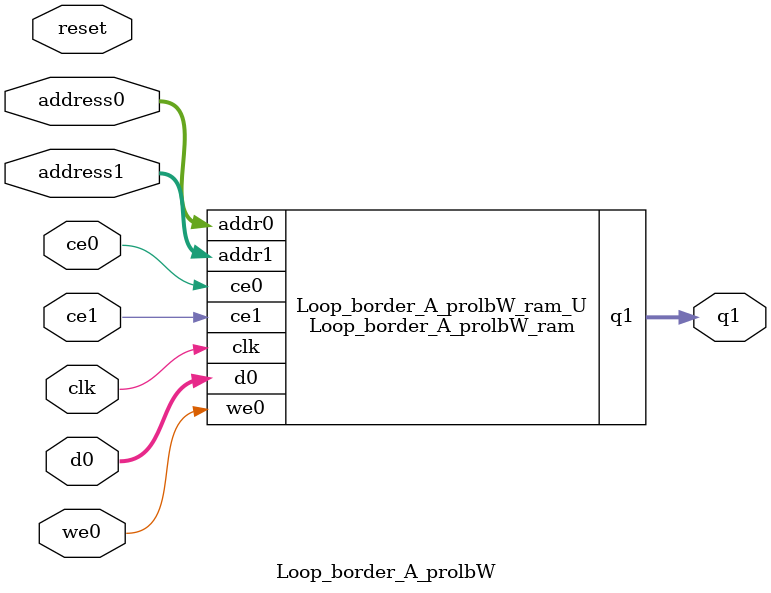
<source format=v>
`timescale 1 ns / 1 ps
module Loop_border_A_prolbW_ram (addr0, ce0, d0, we0, addr1, ce1, q1,  clk);

parameter DWIDTH = 32;
parameter AWIDTH = 11;
parameter MEM_SIZE = 1910;

input[AWIDTH-1:0] addr0;
input ce0;
input[DWIDTH-1:0] d0;
input we0;
input[AWIDTH-1:0] addr1;
input ce1;
output reg[DWIDTH-1:0] q1;
input clk;

(* ram_style = "block" *)reg [DWIDTH-1:0] ram[0:MEM_SIZE-1];




always @(posedge clk)  
begin 
    if (ce0) begin
        if (we0) 
            ram[addr0] <= d0; 
    end
end


always @(posedge clk)  
begin 
    if (ce1) begin
        q1 <= ram[addr1];
    end
end


endmodule

`timescale 1 ns / 1 ps
module Loop_border_A_prolbW(
    reset,
    clk,
    address0,
    ce0,
    we0,
    d0,
    address1,
    ce1,
    q1);

parameter DataWidth = 32'd32;
parameter AddressRange = 32'd1910;
parameter AddressWidth = 32'd11;
input reset;
input clk;
input[AddressWidth - 1:0] address0;
input ce0;
input we0;
input[DataWidth - 1:0] d0;
input[AddressWidth - 1:0] address1;
input ce1;
output[DataWidth - 1:0] q1;



Loop_border_A_prolbW_ram Loop_border_A_prolbW_ram_U(
    .clk( clk ),
    .addr0( address0 ),
    .ce0( ce0 ),
    .we0( we0 ),
    .d0( d0 ),
    .addr1( address1 ),
    .ce1( ce1 ),
    .q1( q1 ));

endmodule


</source>
